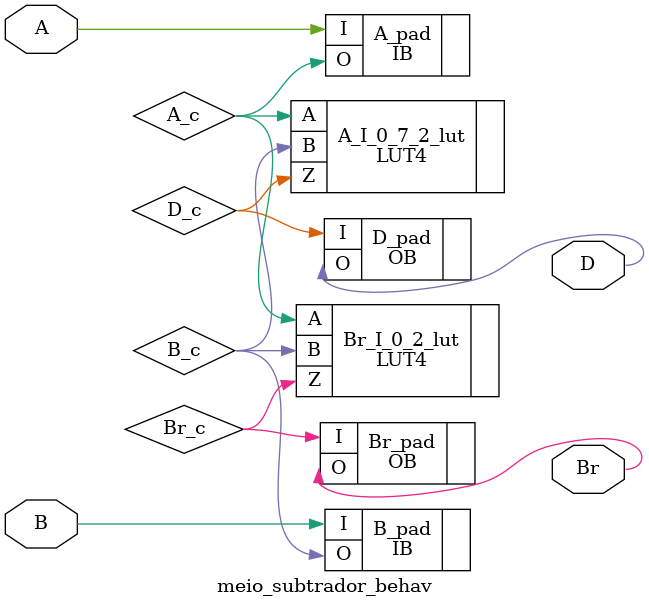
<source format=v>

module meio_subtrador_behav (A, B, D, Br) /* synthesis syn_module_defined=1 */ ;   // d:/rtl_fpga/verilog/aula22_subtrator/meio_subtrador_behav.v(1[8:28])
    input A;   // d:/rtl_fpga/verilog/aula22_subtrator/meio_subtrador_behav.v(2[7:8])
    input B;   // d:/rtl_fpga/verilog/aula22_subtrator/meio_subtrador_behav.v(3[7:8])
    output D;   // d:/rtl_fpga/verilog/aula22_subtrator/meio_subtrador_behav.v(4[12:13])
    output Br;   // d:/rtl_fpga/verilog/aula22_subtrator/meio_subtrador_behav.v(5[12:14])
    
    
    wire A_c, B_c, D_c, Br_c, VCC_net, GND_net;
    
    LUT4 A_I_0_7_2_lut (.A(A_c), .B(B_c), .Z(D_c)) /* synthesis lut_function=(!(A (B)+!A !(B))) */ ;   // d:/rtl_fpga/verilog/aula22_subtrator/meio_subtrador_behav.v(9[5:8])
    defparam A_I_0_7_2_lut.init = 16'h6666;
    VHI i23 (.Z(VCC_net));
    PUR PUR_INST (.PUR(VCC_net));
    defparam PUR_INST.RST_PULSE = 1;
    VLO i28 (.Z(GND_net));
    OB D_pad (.I(D_c), .O(D));   // d:/rtl_fpga/verilog/aula22_subtrator/meio_subtrador_behav.v(4[12:13])
    OB Br_pad (.I(Br_c), .O(Br));   // d:/rtl_fpga/verilog/aula22_subtrator/meio_subtrador_behav.v(5[12:14])
    IB A_pad (.I(A), .O(A_c));   // d:/rtl_fpga/verilog/aula22_subtrator/meio_subtrador_behav.v(2[7:8])
    IB B_pad (.I(B), .O(B_c));   // d:/rtl_fpga/verilog/aula22_subtrator/meio_subtrador_behav.v(3[7:8])
    GSR GSR_INST (.GSR(VCC_net));
    LUT4 Br_I_0_2_lut (.A(A_c), .B(B_c), .Z(Br_c)) /* synthesis lut_function=(!(A+!(B))) */ ;   // d:/rtl_fpga/verilog/aula22_subtrator/meio_subtrador_behav.v(10[7:15])
    defparam Br_I_0_2_lut.init = 16'h4444;
    
endmodule
//
// Verilog Description of module PUR
// module not written out since it is a black-box. 
//


</source>
